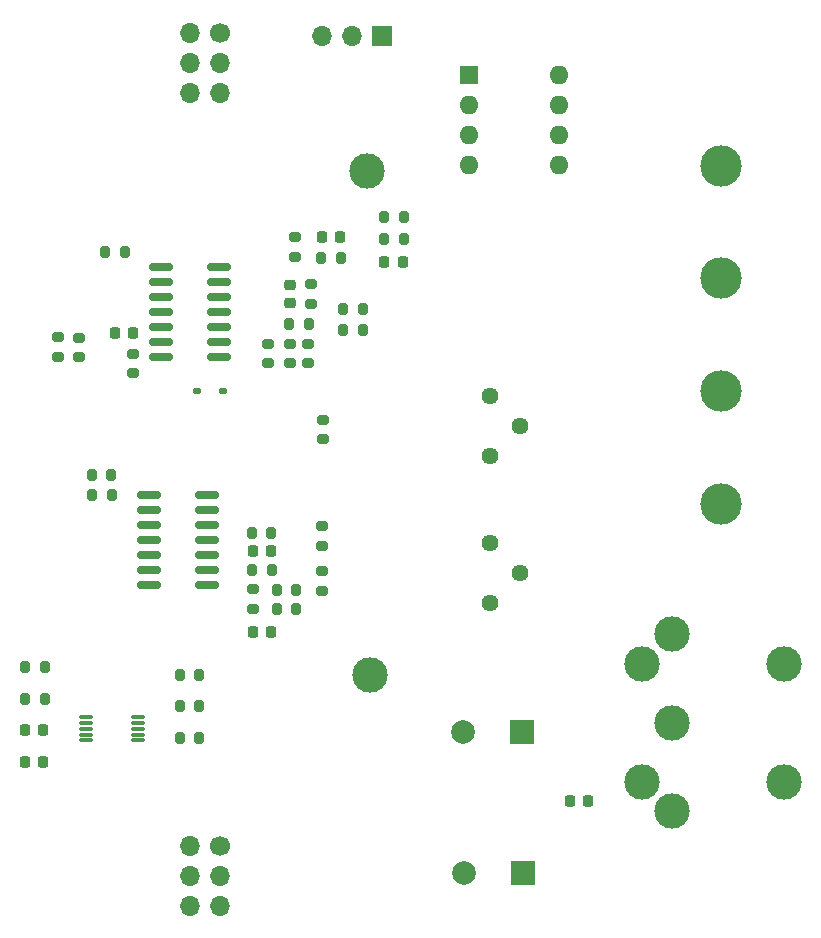
<source format=gbr>
%TF.GenerationSoftware,KiCad,Pcbnew,8.0.0*%
%TF.CreationDate,2024-03-24T13:49:44-07:00*%
%TF.ProjectId,Bottom_Board,426f7474-6f6d-45f4-926f-6172642e6b69,0*%
%TF.SameCoordinates,Original*%
%TF.FileFunction,Soldermask,Bot*%
%TF.FilePolarity,Negative*%
%FSLAX46Y46*%
G04 Gerber Fmt 4.6, Leading zero omitted, Abs format (unit mm)*
G04 Created by KiCad (PCBNEW 8.0.0) date 2024-03-24 13:49:44*
%MOMM*%
%LPD*%
G01*
G04 APERTURE LIST*
G04 Aperture macros list*
%AMRoundRect*
0 Rectangle with rounded corners*
0 $1 Rounding radius*
0 $2 $3 $4 $5 $6 $7 $8 $9 X,Y pos of 4 corners*
0 Add a 4 corners polygon primitive as box body*
4,1,4,$2,$3,$4,$5,$6,$7,$8,$9,$2,$3,0*
0 Add four circle primitives for the rounded corners*
1,1,$1+$1,$2,$3*
1,1,$1+$1,$4,$5*
1,1,$1+$1,$6,$7*
1,1,$1+$1,$8,$9*
0 Add four rect primitives between the rounded corners*
20,1,$1+$1,$2,$3,$4,$5,0*
20,1,$1+$1,$4,$5,$6,$7,0*
20,1,$1+$1,$6,$7,$8,$9,0*
20,1,$1+$1,$8,$9,$2,$3,0*%
G04 Aperture macros list end*
%ADD10R,1.600000X1.600000*%
%ADD11O,1.600000X1.600000*%
%ADD12R,2.000000X2.000000*%
%ADD13C,2.000000*%
%ADD14C,3.000000*%
%ADD15C,1.700000*%
%ADD16O,1.700000X1.700000*%
%ADD17C,1.440000*%
%ADD18R,1.700000X1.700000*%
%ADD19C,3.500000*%
%ADD20RoundRect,0.200000X-0.275000X0.200000X-0.275000X-0.200000X0.275000X-0.200000X0.275000X0.200000X0*%
%ADD21RoundRect,0.225000X-0.225000X-0.250000X0.225000X-0.250000X0.225000X0.250000X-0.225000X0.250000X0*%
%ADD22RoundRect,0.200000X0.275000X-0.200000X0.275000X0.200000X-0.275000X0.200000X-0.275000X-0.200000X0*%
%ADD23RoundRect,0.200000X0.200000X0.275000X-0.200000X0.275000X-0.200000X-0.275000X0.200000X-0.275000X0*%
%ADD24RoundRect,0.150000X0.825000X0.150000X-0.825000X0.150000X-0.825000X-0.150000X0.825000X-0.150000X0*%
%ADD25RoundRect,0.225000X0.225000X0.250000X-0.225000X0.250000X-0.225000X-0.250000X0.225000X-0.250000X0*%
%ADD26O,1.350000X0.299999*%
%ADD27RoundRect,0.200000X-0.200000X-0.275000X0.200000X-0.275000X0.200000X0.275000X-0.200000X0.275000X0*%
%ADD28RoundRect,0.225000X0.250000X-0.225000X0.250000X0.225000X-0.250000X0.225000X-0.250000X-0.225000X0*%
%ADD29RoundRect,0.125000X-0.200000X-0.125000X0.200000X-0.125000X0.200000X0.125000X-0.200000X0.125000X0*%
G04 APERTURE END LIST*
D10*
%TO.C,SW1*%
X144780000Y-71882000D03*
D11*
X144780000Y-74422000D03*
X144780000Y-76962000D03*
X144780000Y-79502000D03*
X152400000Y-79502000D03*
X152400000Y-76962000D03*
X152400000Y-74422000D03*
X152400000Y-71882000D03*
%TD*%
D12*
%TO.C,C1*%
X149270323Y-127508000D03*
D13*
X144270323Y-127508000D03*
%TD*%
D14*
%TO.C,J4*%
X161950000Y-119246000D03*
X161950000Y-126746000D03*
X161950000Y-134246000D03*
X159450000Y-121746000D03*
X159450000Y-131746000D03*
X171450000Y-121746000D03*
X171450000Y-131746000D03*
%TD*%
D12*
%TO.C,C2*%
X149352000Y-139446000D03*
D13*
X144352000Y-139446000D03*
%TD*%
D15*
%TO.C,J1*%
X123698000Y-68326000D03*
D16*
X121158000Y-68326000D03*
X123698000Y-70866000D03*
X121158000Y-70866000D03*
X123698000Y-73406000D03*
X121158000Y-73406000D03*
%TD*%
D14*
%TO.C,TP2*%
X136398000Y-122682000D03*
%TD*%
D15*
%TO.C,J5*%
X123698000Y-137160000D03*
D16*
X121158000Y-137160000D03*
X123698000Y-139700000D03*
X121158000Y-139700000D03*
X123698000Y-142240000D03*
X121158000Y-142240000D03*
%TD*%
D17*
%TO.C,RV2*%
X146573000Y-116586000D03*
X149113000Y-114046000D03*
X146573000Y-111506000D03*
%TD*%
D18*
%TO.C,J2*%
X137399000Y-68580000D03*
D16*
X134859000Y-68580000D03*
X132319000Y-68580000D03*
%TD*%
D14*
%TO.C,TP1*%
X136144000Y-80010000D03*
%TD*%
D19*
%TO.C,J3*%
X166082500Y-108195000D03*
X166082500Y-98665000D03*
X166082500Y-89135000D03*
X166082500Y-79605000D03*
%TD*%
D17*
%TO.C,RV1*%
X146558000Y-104140000D03*
X149098000Y-101600000D03*
X146558000Y-99060000D03*
%TD*%
D20*
%TO.C,R13*%
X129616200Y-94679000D03*
X129616200Y-96329000D03*
%TD*%
%TO.C,R15*%
X116332000Y-95504000D03*
X116332000Y-97154000D03*
%TD*%
D21*
%TO.C,C8*%
X126466600Y-119076200D03*
X128016600Y-119076200D03*
%TD*%
D22*
%TO.C,R16*%
X132397600Y-102774500D03*
X132397600Y-101124500D03*
%TD*%
D23*
%TO.C,R28*%
X121920000Y-125360000D03*
X120270000Y-125360000D03*
%TD*%
D21*
%TO.C,C3*%
X132334000Y-85648800D03*
X133884000Y-85648800D03*
%TD*%
D24*
%TO.C,U1*%
X123633000Y-88138000D03*
X123633000Y-89408000D03*
X123633000Y-90678000D03*
X123633000Y-91948000D03*
X123633000Y-93218000D03*
X123633000Y-94488000D03*
X123633000Y-95758000D03*
X118683000Y-95758000D03*
X118683000Y-94488000D03*
X118683000Y-93218000D03*
X118683000Y-91948000D03*
X118683000Y-90678000D03*
X118683000Y-89408000D03*
X118683000Y-88138000D03*
%TD*%
%TO.C,U2*%
X122617000Y-107442000D03*
X122617000Y-108712000D03*
X122617000Y-109982000D03*
X122617000Y-111252000D03*
X122617000Y-112522000D03*
X122617000Y-113792000D03*
X122617000Y-115062000D03*
X117667000Y-115062000D03*
X117667000Y-113792000D03*
X117667000Y-112522000D03*
X117667000Y-111252000D03*
X117667000Y-109982000D03*
X117667000Y-108712000D03*
X117667000Y-107442000D03*
%TD*%
D20*
%TO.C,R10*%
X111760000Y-94171000D03*
X111760000Y-95821000D03*
%TD*%
D25*
%TO.C,C10*%
X108725000Y-130070000D03*
X107175000Y-130070000D03*
%TD*%
D20*
%TO.C,R19*%
X132308600Y-110122200D03*
X132308600Y-111772200D03*
%TD*%
%TO.C,R14*%
X127762000Y-94679000D03*
X127762000Y-96329000D03*
%TD*%
D25*
%TO.C,C11*%
X154839000Y-133400800D03*
X153289000Y-133400800D03*
%TD*%
D26*
%TO.C,U3*%
X116778999Y-126253999D03*
X116778999Y-126753998D03*
X116778999Y-127254000D03*
X116778999Y-127753999D03*
X116778999Y-128254001D03*
X112328998Y-128254001D03*
X112328998Y-127753999D03*
X112328998Y-127254000D03*
X112328998Y-126753998D03*
X112328998Y-126253999D03*
%TD*%
D23*
%TO.C,R29*%
X108838000Y-124714000D03*
X107188000Y-124714000D03*
%TD*%
%TO.C,R24*%
X130148600Y-117094000D03*
X128498600Y-117094000D03*
%TD*%
D27*
%TO.C,R18*%
X112890800Y-107467400D03*
X114540800Y-107467400D03*
%TD*%
%TO.C,R1*%
X137607600Y-83953100D03*
X139257600Y-83953100D03*
%TD*%
D25*
%TO.C,C9*%
X108725000Y-127392000D03*
X107175000Y-127392000D03*
%TD*%
D23*
%TO.C,R5*%
X115633000Y-86868000D03*
X113983000Y-86868000D03*
%TD*%
%TO.C,R6*%
X135762000Y-91694000D03*
X134112000Y-91694000D03*
%TD*%
%TO.C,R23*%
X128065800Y-113792000D03*
X126415800Y-113792000D03*
%TD*%
D27*
%TO.C,R2*%
X137605000Y-85810475D03*
X139255000Y-85810475D03*
%TD*%
%TO.C,R26*%
X120270000Y-122682000D03*
X121920000Y-122682000D03*
%TD*%
D25*
%TO.C,C7*%
X128003600Y-112218200D03*
X126453600Y-112218200D03*
%TD*%
D28*
%TO.C,C5*%
X129590800Y-91237400D03*
X129590800Y-89687400D03*
%TD*%
D22*
%TO.C,R12*%
X131140200Y-96329000D03*
X131140200Y-94679000D03*
%TD*%
D27*
%TO.C,R22*%
X128498600Y-115520200D03*
X130148600Y-115520200D03*
%TD*%
D23*
%TO.C,R20*%
X128053600Y-110694200D03*
X126403600Y-110694200D03*
%TD*%
%TO.C,R17*%
X114502200Y-105740200D03*
X112852200Y-105740200D03*
%TD*%
D27*
%TO.C,R3*%
X132271000Y-87426800D03*
X133921000Y-87426800D03*
%TD*%
D29*
%TO.C,D1*%
X121707000Y-98698000D03*
X123957000Y-98698000D03*
%TD*%
D27*
%TO.C,R8*%
X134112000Y-93472000D03*
X135762000Y-93472000D03*
%TD*%
D25*
%TO.C,C4*%
X139157600Y-87763100D03*
X137607600Y-87763100D03*
%TD*%
D20*
%TO.C,R7*%
X131368800Y-89637400D03*
X131368800Y-91287400D03*
%TD*%
D23*
%TO.C,R27*%
X108838000Y-122036000D03*
X107188000Y-122036000D03*
%TD*%
D20*
%TO.C,R25*%
X126492000Y-115469400D03*
X126492000Y-117119400D03*
%TD*%
D25*
%TO.C,C6*%
X116345000Y-93726000D03*
X114795000Y-93726000D03*
%TD*%
D20*
%TO.C,R21*%
X132308600Y-113932200D03*
X132308600Y-115582200D03*
%TD*%
D22*
%TO.C,R4*%
X130048000Y-87298800D03*
X130048000Y-85648800D03*
%TD*%
%TO.C,R11*%
X109982000Y-95758000D03*
X109982000Y-94108000D03*
%TD*%
D23*
%TO.C,R30*%
X121920000Y-128038000D03*
X120270000Y-128038000D03*
%TD*%
D27*
%TO.C,R9*%
X129540000Y-93014800D03*
X131190000Y-93014800D03*
%TD*%
M02*

</source>
